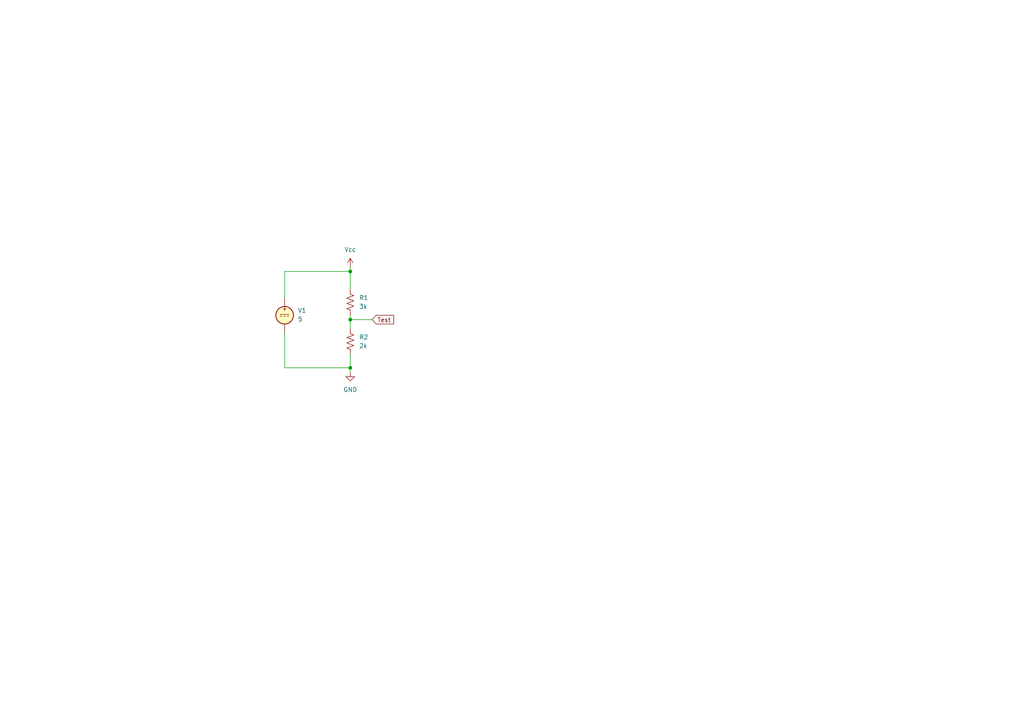
<source format=kicad_sch>
(kicad_sch (version 20250114) (generator "eeschema") (generator_version "9.0")
  (paper "A4")
  (title_block (title "Exploration de Kicad :P") (date "2025-03-10") (rev "1.0") (comment 4 "By : Charles-Ariel Dion"))
  (lib_symbols
    (symbol "Device:R_US" (pin_numbers (hide yes)) (pin_names (offset 0))
      (property "Reference" "R" (at 2.54 0 90))
      (property "Value" "R_US" (at -2.54 0 90))
      (symbol "R_US_0_1"
        (polyline (pts (xy 0 2.286) (xy 0 2.54)))
        (polyline (pts (xy 0 2.286) (xy 1.016 1.905) (xy 0 1.524) (xy -1.016 1.143) (xy 0 0.762)))
        (polyline (pts (xy 0 0.762) (xy 1.016 0.381) (xy 0 0) (xy -1.016 -0.381) (xy 0 -0.762)))
        (polyline (pts (xy 0 -0.762) (xy 1.016 -1.143) (xy 0 -1.524) (xy -1.016 -1.905) (xy 0 -2.286)))
        (polyline (pts (xy 0 -2.286) (xy 0 -2.54)))
      )
      (symbol "R_US_1_1"
        (pin passive line (at 0 3.81 270) (length 1.27) (name "~") (number "1"))
        (pin passive line (at 0 -3.81 90) (length 1.27) (name "~") (number "2"))
      )
    )
    (symbol "Simulation_SPICE:VDC" (pin_numbers (hide yes)) (pin_names (offset 0.0254))
      (property "Reference" "V" (at 2.54 2.54 0))
      (property "Value" "1" (at 2.54 0 0))
      (symbol "VDC_0_0"
        (polyline (pts (xy -1.27 0.254) (xy 1.27 0.254)))
        (polyline (pts (xy -0.762 -0.254) (xy -1.27 -0.254)))
        (polyline (pts (xy 0.254 -0.254) (xy -0.254 -0.254)))
        (polyline (pts (xy 1.27 -0.254) (xy 0.762 -0.254)))
        (text "+" (at 0 1.905 0) (effects (font (size 1.27 1.27))))
      )
      (symbol "VDC_0_1"
        (circle (center 0 0) (radius 2.54) (stroke (width 0.254)) (fill (type background)))
      )
      (symbol "VDC_1_1"
        (pin passive line (at 0 5.08 270) (length 2.54) (name "~") (number "1"))
        (pin passive line (at 0 -5.08 90) (length 2.54) (name "~") (number "2"))
      )
    )
    (symbol "power:GND" (power) (pin_numbers (hide yes)) (pin_names (offset 0) (hide yes))
      (property "Value" "GND" (at 0 -3.81 0))
      (symbol "GND_0_1"
        (polyline (pts (xy 0 0) (xy 0 -1.27) (xy 1.27 -1.27) (xy 0 -2.54) (xy -1.27 -1.27) (xy 0 -1.27)))
      )
      (symbol "GND_1_1"
        (pin power_in line (at 0 0 270) (length 0) (name "~") (number "1"))
      )
    )
    (symbol "power:VCC" (power) (pin_numbers (hide yes)) (pin_names (offset 0) (hide yes))
      (property "Value" "VCC" (at 0 3.556 0))
      (symbol "VCC_0_1"
        (polyline (pts (xy -0.762 1.27) (xy 0 2.54)))
        (polyline (pts (xy 0 2.54) (xy 0.762 1.27)))
        (polyline (pts (xy 0 0) (xy 0 2.54)))
      )
      (symbol "VCC_1_1"
        (pin power_in line (at 0 0 90) (length 0) (name "~") (number "1"))
      )
    )
  )
  (junction (at 101.6 106.68))
  (junction (at 101.6 92.71))
  (junction (at 101.6 78.74))
  (wire (pts (xy 82.55 78.74) (xy 101.6 78.74)))
  (wire (pts (xy 82.55 86.36) (xy 82.55 78.74)))
  (wire (pts (xy 101.6 77.47) (xy 101.6 78.74)))
  (wire (pts (xy 101.6 95.25) (xy 101.6 92.71)))
  (wire (pts (xy 101.6 102.87) (xy 101.6 106.68)))
  (wire (pts (xy 101.6 106.68) (xy 101.6 107.95)))
  (wire (pts (xy 101.6 92.71) (xy 101.6 91.44)))
  (wire (pts (xy 101.6 78.74) (xy 101.6 83.82)))
  (wire (pts (xy 82.55 96.52) (xy 82.55 106.68)))
  (wire (pts (xy 82.55 106.68) (xy 101.6 106.68)))
  (wire (pts (xy 101.6 92.71) (xy 107.95 92.71)))
  (global_label "Test" (shape input) (at 107.95 92.71 0) (property "Intersheetrefs" "${INTERSHEET_REFS}" (effects (hide yes))))
  (symbol (lib_id "Device:R_US") (at 101.6 87.63 0) (unit 1)
    (property "Reference" "R1" (at 104.14 86.3599 0) (effects (justify left)))
    (property "Value" "3k" (at 104.14 88.8999 0) (effects (justify left)))
    (property "Description" "Resistor, US symbol" (effects (hide yes)))
    (property "Sim.Device" "R" (effects (hide yes)))
    (property "Sim.Pins" "1=+ 2=-" (effects (hide yes)))
  )
  (symbol (lib_id "Simulation_SPICE:VDC") (at 82.55 91.44 0) (unit 1)
    (property "Reference" "V1" (at 86.36 90.0401 0) (effects (justify left)))
    (property "Value" "5" (at 86.36 92.5801 0) (effects (justify left)))
    (property "Datasheet" "https://ngspice.sourceforge.io/docs/ngspice-html-manual/manual.xhtml#sec_Independent_Sources_for" (effects (hide yes)))
    (property "Description" "Voltage source, DC" (effects (hide yes)))
    (property "Sim.Pins" "1=+ 2=-" (effects (hide yes)))
    (property "Sim.Type" "DC" (effects (hide yes)))
    (property "Sim.Device" "V" (effects (hide yes)))
  )
  (symbol (lib_id "power:VCC") (at 101.6 77.47 0) (unit 1)
    (property "Reference" "#PWR01" (effects (hide yes)))
    (property "Value" "Vcc" (at 101.6 72.39 0))
    (property "Description" "Power symbol creates a global label with name \"VCC\"" (effects (hide yes)))
  )
  (symbol (lib_id "power:GND") (at 101.6 107.95 0) (unit 1)
    (property "Reference" "#PWR02" (effects (hide yes)))
    (property "Value" "GND" (at 101.6 113.03 0))
    (property "Description" "Power symbol creates a global label with name \"GND\" , ground" (effects (hide yes)))
  )
  (symbol (lib_id "Device:R_US") (at 101.6 99.06 0) (unit 1)
    (property "Reference" "R2" (at 104.14 97.7899 0) (effects (justify left)))
    (property "Value" "2k" (at 104.14 100.3299 0) (effects (justify left)))
    (property "Description" "Resistor, US symbol" (effects (hide yes)))
  )
)
</source>
